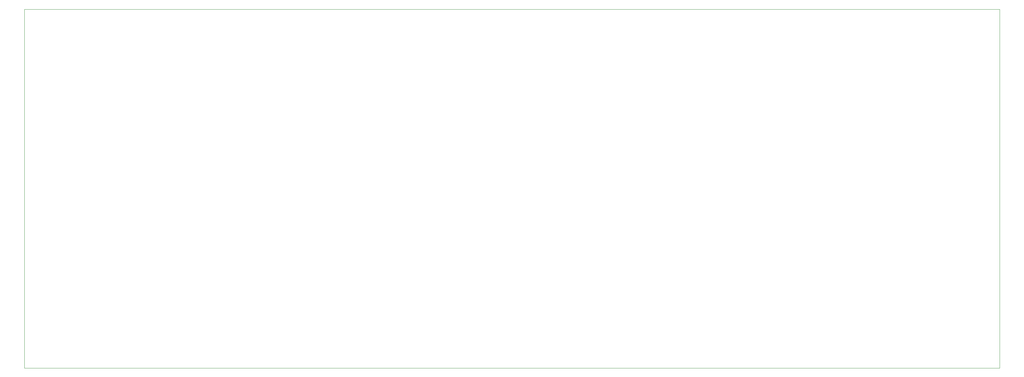
<source format=gbr>
%TF.GenerationSoftware,KiCad,Pcbnew,8.0.5*%
%TF.CreationDate,2024-12-08T15:38:18-05:00*%
%TF.ProjectId,Cribbage,43726962-6261-4676-952e-6b696361645f,rev?*%
%TF.SameCoordinates,Original*%
%TF.FileFunction,Profile,NP*%
%FSLAX46Y46*%
G04 Gerber Fmt 4.6, Leading zero omitted, Abs format (unit mm)*
G04 Created by KiCad (PCBNEW 8.0.5) date 2024-12-08 15:38:18*
%MOMM*%
%LPD*%
G01*
G04 APERTURE LIST*
%TA.AperFunction,Profile*%
%ADD10C,0.050000*%
%TD*%
G04 APERTURE END LIST*
D10*
X20000000Y-19550000D02*
X277500000Y-19550000D01*
X277500000Y-114550000D01*
X20000000Y-114550000D01*
X20000000Y-19550000D01*
M02*

</source>
